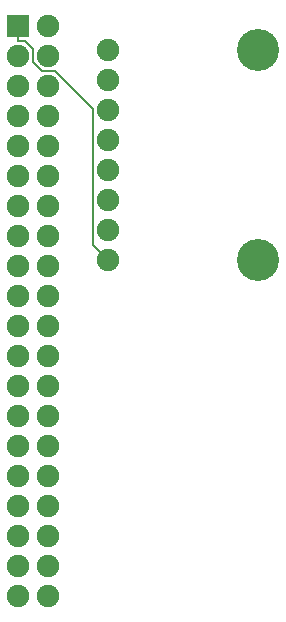
<source format=gbr>
G04 #@! TF.FileFunction,Copper,L1,Top,Signal*
%FSLAX46Y46*%
G04 Gerber Fmt 4.6, Leading zero omitted, Abs format (unit mm)*
G04 Created by KiCad (PCBNEW 4.0.7-e2-6376~58~ubuntu16.04.1) date Mon Apr  2 14:55:01 2018*
%MOMM*%
%LPD*%
G01*
G04 APERTURE LIST*
%ADD10C,0.100000*%
%ADD11C,1.905000*%
%ADD12C,3.556000*%
%ADD13R,1.905000X1.905000*%
%ADD14C,0.203200*%
G04 APERTURE END LIST*
D10*
D11*
X59944000Y-72390000D03*
X59944000Y-69850000D03*
X59944000Y-67310000D03*
X59944000Y-64770000D03*
X59944000Y-62230000D03*
X59944000Y-59690000D03*
X59944000Y-57150000D03*
X59944000Y-54610000D03*
D12*
X72644000Y-72390000D03*
X72644000Y-54610000D03*
D13*
X52324000Y-52578000D03*
D11*
X54864000Y-52578000D03*
X52324000Y-55118000D03*
X54864000Y-55118000D03*
X52324000Y-57658000D03*
X54864000Y-57658000D03*
X52324000Y-60198000D03*
X54864000Y-60198000D03*
X52324000Y-62738000D03*
X54864000Y-62738000D03*
X52324000Y-65278000D03*
X54864000Y-65278000D03*
X52324000Y-67818000D03*
X54864000Y-67818000D03*
X52324000Y-70358000D03*
X54864000Y-70358000D03*
X52324000Y-72898000D03*
X54864000Y-72898000D03*
X52324000Y-75438000D03*
X54864000Y-75438000D03*
X52324000Y-77978000D03*
X54864000Y-77978000D03*
X52324000Y-80518000D03*
X54864000Y-80518000D03*
X52324000Y-83058000D03*
X54864000Y-83058000D03*
X52324000Y-85598000D03*
X54864000Y-85598000D03*
X52324000Y-88138000D03*
X54864000Y-88138000D03*
X52324000Y-90678000D03*
X54864000Y-90678000D03*
X52324000Y-93218000D03*
X54864000Y-93218000D03*
X52324000Y-95758000D03*
X54864000Y-95758000D03*
X52324000Y-98298000D03*
X54864000Y-98298000D03*
X52324000Y-100838000D03*
X54864000Y-100838000D03*
D14*
X58661700Y-71107700D02*
X59944000Y-72390000D01*
X58661700Y-59602200D02*
X58661700Y-71107700D01*
X55447500Y-56388000D02*
X58661700Y-59602200D01*
X54323900Y-56388000D02*
X55447500Y-56388000D01*
X53581600Y-55645700D02*
X54323900Y-56388000D01*
X53581600Y-54542900D02*
X53581600Y-55645700D01*
X52874300Y-53835600D02*
X53581600Y-54542900D01*
X52324000Y-53835600D02*
X52874300Y-53835600D01*
X52324000Y-52578000D02*
X52324000Y-53835600D01*
M02*

</source>
